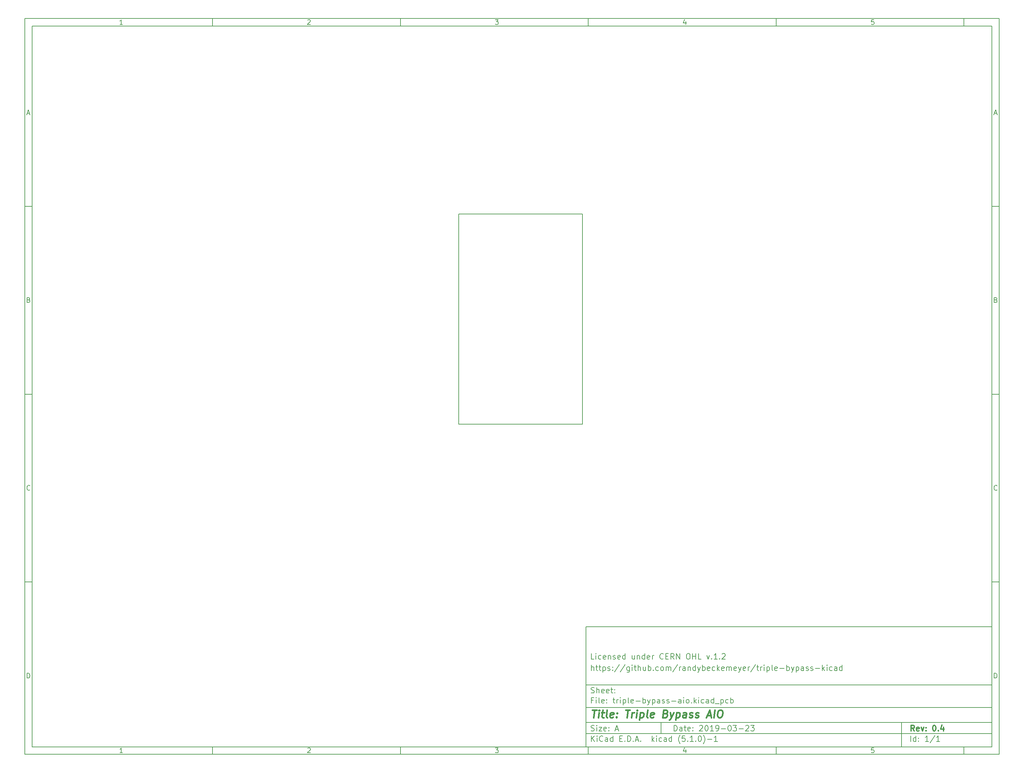
<source format=gbr>
G04 #@! TF.GenerationSoftware,KiCad,Pcbnew,(5.1.0)-1*
G04 #@! TF.CreationDate,2019-03-23T07:31:29-07:00*
G04 #@! TF.ProjectId,triple-bypass-aio,74726970-6c65-42d6-9279-706173732d61,0.4*
G04 #@! TF.SameCoordinates,Original*
G04 #@! TF.FileFunction,Profile,NP*
%FSLAX46Y46*%
G04 Gerber Fmt 4.6, Leading zero omitted, Abs format (unit mm)*
G04 Created by KiCad (PCBNEW (5.1.0)-1) date 2019-03-23 07:31:29*
%MOMM*%
%LPD*%
G04 APERTURE LIST*
%ADD10C,0.100000*%
%ADD11C,0.150000*%
%ADD12C,0.300000*%
%ADD13C,0.400000*%
%ADD14C,0.200000*%
%ADD15C,0.203200*%
G04 APERTURE END LIST*
D10*
D11*
X159400000Y-171900000D02*
X159400000Y-203900000D01*
X267400000Y-203900000D01*
X267400000Y-171900000D01*
X159400000Y-171900000D01*
D10*
D11*
X10000000Y-10000000D02*
X10000000Y-205900000D01*
X269400000Y-205900000D01*
X269400000Y-10000000D01*
X10000000Y-10000000D01*
D10*
D11*
X12000000Y-12000000D02*
X12000000Y-203900000D01*
X267400000Y-203900000D01*
X267400000Y-12000000D01*
X12000000Y-12000000D01*
D10*
D11*
X60000000Y-12000000D02*
X60000000Y-10000000D01*
D10*
D11*
X110000000Y-12000000D02*
X110000000Y-10000000D01*
D10*
D11*
X160000000Y-12000000D02*
X160000000Y-10000000D01*
D10*
D11*
X210000000Y-12000000D02*
X210000000Y-10000000D01*
D10*
D11*
X260000000Y-12000000D02*
X260000000Y-10000000D01*
D10*
D11*
X36065476Y-11588095D02*
X35322619Y-11588095D01*
X35694047Y-11588095D02*
X35694047Y-10288095D01*
X35570238Y-10473809D01*
X35446428Y-10597619D01*
X35322619Y-10659523D01*
D10*
D11*
X85322619Y-10411904D02*
X85384523Y-10350000D01*
X85508333Y-10288095D01*
X85817857Y-10288095D01*
X85941666Y-10350000D01*
X86003571Y-10411904D01*
X86065476Y-10535714D01*
X86065476Y-10659523D01*
X86003571Y-10845238D01*
X85260714Y-11588095D01*
X86065476Y-11588095D01*
D10*
D11*
X135260714Y-10288095D02*
X136065476Y-10288095D01*
X135632142Y-10783333D01*
X135817857Y-10783333D01*
X135941666Y-10845238D01*
X136003571Y-10907142D01*
X136065476Y-11030952D01*
X136065476Y-11340476D01*
X136003571Y-11464285D01*
X135941666Y-11526190D01*
X135817857Y-11588095D01*
X135446428Y-11588095D01*
X135322619Y-11526190D01*
X135260714Y-11464285D01*
D10*
D11*
X185941666Y-10721428D02*
X185941666Y-11588095D01*
X185632142Y-10226190D02*
X185322619Y-11154761D01*
X186127380Y-11154761D01*
D10*
D11*
X236003571Y-10288095D02*
X235384523Y-10288095D01*
X235322619Y-10907142D01*
X235384523Y-10845238D01*
X235508333Y-10783333D01*
X235817857Y-10783333D01*
X235941666Y-10845238D01*
X236003571Y-10907142D01*
X236065476Y-11030952D01*
X236065476Y-11340476D01*
X236003571Y-11464285D01*
X235941666Y-11526190D01*
X235817857Y-11588095D01*
X235508333Y-11588095D01*
X235384523Y-11526190D01*
X235322619Y-11464285D01*
D10*
D11*
X60000000Y-203900000D02*
X60000000Y-205900000D01*
D10*
D11*
X110000000Y-203900000D02*
X110000000Y-205900000D01*
D10*
D11*
X160000000Y-203900000D02*
X160000000Y-205900000D01*
D10*
D11*
X210000000Y-203900000D02*
X210000000Y-205900000D01*
D10*
D11*
X260000000Y-203900000D02*
X260000000Y-205900000D01*
D10*
D11*
X36065476Y-205488095D02*
X35322619Y-205488095D01*
X35694047Y-205488095D02*
X35694047Y-204188095D01*
X35570238Y-204373809D01*
X35446428Y-204497619D01*
X35322619Y-204559523D01*
D10*
D11*
X85322619Y-204311904D02*
X85384523Y-204250000D01*
X85508333Y-204188095D01*
X85817857Y-204188095D01*
X85941666Y-204250000D01*
X86003571Y-204311904D01*
X86065476Y-204435714D01*
X86065476Y-204559523D01*
X86003571Y-204745238D01*
X85260714Y-205488095D01*
X86065476Y-205488095D01*
D10*
D11*
X135260714Y-204188095D02*
X136065476Y-204188095D01*
X135632142Y-204683333D01*
X135817857Y-204683333D01*
X135941666Y-204745238D01*
X136003571Y-204807142D01*
X136065476Y-204930952D01*
X136065476Y-205240476D01*
X136003571Y-205364285D01*
X135941666Y-205426190D01*
X135817857Y-205488095D01*
X135446428Y-205488095D01*
X135322619Y-205426190D01*
X135260714Y-205364285D01*
D10*
D11*
X185941666Y-204621428D02*
X185941666Y-205488095D01*
X185632142Y-204126190D02*
X185322619Y-205054761D01*
X186127380Y-205054761D01*
D10*
D11*
X236003571Y-204188095D02*
X235384523Y-204188095D01*
X235322619Y-204807142D01*
X235384523Y-204745238D01*
X235508333Y-204683333D01*
X235817857Y-204683333D01*
X235941666Y-204745238D01*
X236003571Y-204807142D01*
X236065476Y-204930952D01*
X236065476Y-205240476D01*
X236003571Y-205364285D01*
X235941666Y-205426190D01*
X235817857Y-205488095D01*
X235508333Y-205488095D01*
X235384523Y-205426190D01*
X235322619Y-205364285D01*
D10*
D11*
X10000000Y-60000000D02*
X12000000Y-60000000D01*
D10*
D11*
X10000000Y-110000000D02*
X12000000Y-110000000D01*
D10*
D11*
X10000000Y-160000000D02*
X12000000Y-160000000D01*
D10*
D11*
X10690476Y-35216666D02*
X11309523Y-35216666D01*
X10566666Y-35588095D02*
X11000000Y-34288095D01*
X11433333Y-35588095D01*
D10*
D11*
X11092857Y-84907142D02*
X11278571Y-84969047D01*
X11340476Y-85030952D01*
X11402380Y-85154761D01*
X11402380Y-85340476D01*
X11340476Y-85464285D01*
X11278571Y-85526190D01*
X11154761Y-85588095D01*
X10659523Y-85588095D01*
X10659523Y-84288095D01*
X11092857Y-84288095D01*
X11216666Y-84350000D01*
X11278571Y-84411904D01*
X11340476Y-84535714D01*
X11340476Y-84659523D01*
X11278571Y-84783333D01*
X11216666Y-84845238D01*
X11092857Y-84907142D01*
X10659523Y-84907142D01*
D10*
D11*
X11402380Y-135464285D02*
X11340476Y-135526190D01*
X11154761Y-135588095D01*
X11030952Y-135588095D01*
X10845238Y-135526190D01*
X10721428Y-135402380D01*
X10659523Y-135278571D01*
X10597619Y-135030952D01*
X10597619Y-134845238D01*
X10659523Y-134597619D01*
X10721428Y-134473809D01*
X10845238Y-134350000D01*
X11030952Y-134288095D01*
X11154761Y-134288095D01*
X11340476Y-134350000D01*
X11402380Y-134411904D01*
D10*
D11*
X10659523Y-185588095D02*
X10659523Y-184288095D01*
X10969047Y-184288095D01*
X11154761Y-184350000D01*
X11278571Y-184473809D01*
X11340476Y-184597619D01*
X11402380Y-184845238D01*
X11402380Y-185030952D01*
X11340476Y-185278571D01*
X11278571Y-185402380D01*
X11154761Y-185526190D01*
X10969047Y-185588095D01*
X10659523Y-185588095D01*
D10*
D11*
X269400000Y-60000000D02*
X267400000Y-60000000D01*
D10*
D11*
X269400000Y-110000000D02*
X267400000Y-110000000D01*
D10*
D11*
X269400000Y-160000000D02*
X267400000Y-160000000D01*
D10*
D11*
X268090476Y-35216666D02*
X268709523Y-35216666D01*
X267966666Y-35588095D02*
X268400000Y-34288095D01*
X268833333Y-35588095D01*
D10*
D11*
X268492857Y-84907142D02*
X268678571Y-84969047D01*
X268740476Y-85030952D01*
X268802380Y-85154761D01*
X268802380Y-85340476D01*
X268740476Y-85464285D01*
X268678571Y-85526190D01*
X268554761Y-85588095D01*
X268059523Y-85588095D01*
X268059523Y-84288095D01*
X268492857Y-84288095D01*
X268616666Y-84350000D01*
X268678571Y-84411904D01*
X268740476Y-84535714D01*
X268740476Y-84659523D01*
X268678571Y-84783333D01*
X268616666Y-84845238D01*
X268492857Y-84907142D01*
X268059523Y-84907142D01*
D10*
D11*
X268802380Y-135464285D02*
X268740476Y-135526190D01*
X268554761Y-135588095D01*
X268430952Y-135588095D01*
X268245238Y-135526190D01*
X268121428Y-135402380D01*
X268059523Y-135278571D01*
X267997619Y-135030952D01*
X267997619Y-134845238D01*
X268059523Y-134597619D01*
X268121428Y-134473809D01*
X268245238Y-134350000D01*
X268430952Y-134288095D01*
X268554761Y-134288095D01*
X268740476Y-134350000D01*
X268802380Y-134411904D01*
D10*
D11*
X268059523Y-185588095D02*
X268059523Y-184288095D01*
X268369047Y-184288095D01*
X268554761Y-184350000D01*
X268678571Y-184473809D01*
X268740476Y-184597619D01*
X268802380Y-184845238D01*
X268802380Y-185030952D01*
X268740476Y-185278571D01*
X268678571Y-185402380D01*
X268554761Y-185526190D01*
X268369047Y-185588095D01*
X268059523Y-185588095D01*
D10*
D11*
X182832142Y-199678571D02*
X182832142Y-198178571D01*
X183189285Y-198178571D01*
X183403571Y-198250000D01*
X183546428Y-198392857D01*
X183617857Y-198535714D01*
X183689285Y-198821428D01*
X183689285Y-199035714D01*
X183617857Y-199321428D01*
X183546428Y-199464285D01*
X183403571Y-199607142D01*
X183189285Y-199678571D01*
X182832142Y-199678571D01*
X184975000Y-199678571D02*
X184975000Y-198892857D01*
X184903571Y-198750000D01*
X184760714Y-198678571D01*
X184475000Y-198678571D01*
X184332142Y-198750000D01*
X184975000Y-199607142D02*
X184832142Y-199678571D01*
X184475000Y-199678571D01*
X184332142Y-199607142D01*
X184260714Y-199464285D01*
X184260714Y-199321428D01*
X184332142Y-199178571D01*
X184475000Y-199107142D01*
X184832142Y-199107142D01*
X184975000Y-199035714D01*
X185475000Y-198678571D02*
X186046428Y-198678571D01*
X185689285Y-198178571D02*
X185689285Y-199464285D01*
X185760714Y-199607142D01*
X185903571Y-199678571D01*
X186046428Y-199678571D01*
X187117857Y-199607142D02*
X186975000Y-199678571D01*
X186689285Y-199678571D01*
X186546428Y-199607142D01*
X186475000Y-199464285D01*
X186475000Y-198892857D01*
X186546428Y-198750000D01*
X186689285Y-198678571D01*
X186975000Y-198678571D01*
X187117857Y-198750000D01*
X187189285Y-198892857D01*
X187189285Y-199035714D01*
X186475000Y-199178571D01*
X187832142Y-199535714D02*
X187903571Y-199607142D01*
X187832142Y-199678571D01*
X187760714Y-199607142D01*
X187832142Y-199535714D01*
X187832142Y-199678571D01*
X187832142Y-198750000D02*
X187903571Y-198821428D01*
X187832142Y-198892857D01*
X187760714Y-198821428D01*
X187832142Y-198750000D01*
X187832142Y-198892857D01*
X189617857Y-198321428D02*
X189689285Y-198250000D01*
X189832142Y-198178571D01*
X190189285Y-198178571D01*
X190332142Y-198250000D01*
X190403571Y-198321428D01*
X190475000Y-198464285D01*
X190475000Y-198607142D01*
X190403571Y-198821428D01*
X189546428Y-199678571D01*
X190475000Y-199678571D01*
X191403571Y-198178571D02*
X191546428Y-198178571D01*
X191689285Y-198250000D01*
X191760714Y-198321428D01*
X191832142Y-198464285D01*
X191903571Y-198750000D01*
X191903571Y-199107142D01*
X191832142Y-199392857D01*
X191760714Y-199535714D01*
X191689285Y-199607142D01*
X191546428Y-199678571D01*
X191403571Y-199678571D01*
X191260714Y-199607142D01*
X191189285Y-199535714D01*
X191117857Y-199392857D01*
X191046428Y-199107142D01*
X191046428Y-198750000D01*
X191117857Y-198464285D01*
X191189285Y-198321428D01*
X191260714Y-198250000D01*
X191403571Y-198178571D01*
X193332142Y-199678571D02*
X192475000Y-199678571D01*
X192903571Y-199678571D02*
X192903571Y-198178571D01*
X192760714Y-198392857D01*
X192617857Y-198535714D01*
X192475000Y-198607142D01*
X194046428Y-199678571D02*
X194332142Y-199678571D01*
X194475000Y-199607142D01*
X194546428Y-199535714D01*
X194689285Y-199321428D01*
X194760714Y-199035714D01*
X194760714Y-198464285D01*
X194689285Y-198321428D01*
X194617857Y-198250000D01*
X194475000Y-198178571D01*
X194189285Y-198178571D01*
X194046428Y-198250000D01*
X193975000Y-198321428D01*
X193903571Y-198464285D01*
X193903571Y-198821428D01*
X193975000Y-198964285D01*
X194046428Y-199035714D01*
X194189285Y-199107142D01*
X194475000Y-199107142D01*
X194617857Y-199035714D01*
X194689285Y-198964285D01*
X194760714Y-198821428D01*
X195403571Y-199107142D02*
X196546428Y-199107142D01*
X197546428Y-198178571D02*
X197689285Y-198178571D01*
X197832142Y-198250000D01*
X197903571Y-198321428D01*
X197975000Y-198464285D01*
X198046428Y-198750000D01*
X198046428Y-199107142D01*
X197975000Y-199392857D01*
X197903571Y-199535714D01*
X197832142Y-199607142D01*
X197689285Y-199678571D01*
X197546428Y-199678571D01*
X197403571Y-199607142D01*
X197332142Y-199535714D01*
X197260714Y-199392857D01*
X197189285Y-199107142D01*
X197189285Y-198750000D01*
X197260714Y-198464285D01*
X197332142Y-198321428D01*
X197403571Y-198250000D01*
X197546428Y-198178571D01*
X198546428Y-198178571D02*
X199475000Y-198178571D01*
X198975000Y-198750000D01*
X199189285Y-198750000D01*
X199332142Y-198821428D01*
X199403571Y-198892857D01*
X199475000Y-199035714D01*
X199475000Y-199392857D01*
X199403571Y-199535714D01*
X199332142Y-199607142D01*
X199189285Y-199678571D01*
X198760714Y-199678571D01*
X198617857Y-199607142D01*
X198546428Y-199535714D01*
X200117857Y-199107142D02*
X201260714Y-199107142D01*
X201903571Y-198321428D02*
X201975000Y-198250000D01*
X202117857Y-198178571D01*
X202475000Y-198178571D01*
X202617857Y-198250000D01*
X202689285Y-198321428D01*
X202760714Y-198464285D01*
X202760714Y-198607142D01*
X202689285Y-198821428D01*
X201832142Y-199678571D01*
X202760714Y-199678571D01*
X203260714Y-198178571D02*
X204189285Y-198178571D01*
X203689285Y-198750000D01*
X203903571Y-198750000D01*
X204046428Y-198821428D01*
X204117857Y-198892857D01*
X204189285Y-199035714D01*
X204189285Y-199392857D01*
X204117857Y-199535714D01*
X204046428Y-199607142D01*
X203903571Y-199678571D01*
X203475000Y-199678571D01*
X203332142Y-199607142D01*
X203260714Y-199535714D01*
D10*
D11*
X159400000Y-200400000D02*
X267400000Y-200400000D01*
D10*
D11*
X160832142Y-202478571D02*
X160832142Y-200978571D01*
X161689285Y-202478571D02*
X161046428Y-201621428D01*
X161689285Y-200978571D02*
X160832142Y-201835714D01*
X162332142Y-202478571D02*
X162332142Y-201478571D01*
X162332142Y-200978571D02*
X162260714Y-201050000D01*
X162332142Y-201121428D01*
X162403571Y-201050000D01*
X162332142Y-200978571D01*
X162332142Y-201121428D01*
X163903571Y-202335714D02*
X163832142Y-202407142D01*
X163617857Y-202478571D01*
X163475000Y-202478571D01*
X163260714Y-202407142D01*
X163117857Y-202264285D01*
X163046428Y-202121428D01*
X162975000Y-201835714D01*
X162975000Y-201621428D01*
X163046428Y-201335714D01*
X163117857Y-201192857D01*
X163260714Y-201050000D01*
X163475000Y-200978571D01*
X163617857Y-200978571D01*
X163832142Y-201050000D01*
X163903571Y-201121428D01*
X165189285Y-202478571D02*
X165189285Y-201692857D01*
X165117857Y-201550000D01*
X164975000Y-201478571D01*
X164689285Y-201478571D01*
X164546428Y-201550000D01*
X165189285Y-202407142D02*
X165046428Y-202478571D01*
X164689285Y-202478571D01*
X164546428Y-202407142D01*
X164475000Y-202264285D01*
X164475000Y-202121428D01*
X164546428Y-201978571D01*
X164689285Y-201907142D01*
X165046428Y-201907142D01*
X165189285Y-201835714D01*
X166546428Y-202478571D02*
X166546428Y-200978571D01*
X166546428Y-202407142D02*
X166403571Y-202478571D01*
X166117857Y-202478571D01*
X165975000Y-202407142D01*
X165903571Y-202335714D01*
X165832142Y-202192857D01*
X165832142Y-201764285D01*
X165903571Y-201621428D01*
X165975000Y-201550000D01*
X166117857Y-201478571D01*
X166403571Y-201478571D01*
X166546428Y-201550000D01*
X168403571Y-201692857D02*
X168903571Y-201692857D01*
X169117857Y-202478571D02*
X168403571Y-202478571D01*
X168403571Y-200978571D01*
X169117857Y-200978571D01*
X169760714Y-202335714D02*
X169832142Y-202407142D01*
X169760714Y-202478571D01*
X169689285Y-202407142D01*
X169760714Y-202335714D01*
X169760714Y-202478571D01*
X170475000Y-202478571D02*
X170475000Y-200978571D01*
X170832142Y-200978571D01*
X171046428Y-201050000D01*
X171189285Y-201192857D01*
X171260714Y-201335714D01*
X171332142Y-201621428D01*
X171332142Y-201835714D01*
X171260714Y-202121428D01*
X171189285Y-202264285D01*
X171046428Y-202407142D01*
X170832142Y-202478571D01*
X170475000Y-202478571D01*
X171975000Y-202335714D02*
X172046428Y-202407142D01*
X171975000Y-202478571D01*
X171903571Y-202407142D01*
X171975000Y-202335714D01*
X171975000Y-202478571D01*
X172617857Y-202050000D02*
X173332142Y-202050000D01*
X172475000Y-202478571D02*
X172975000Y-200978571D01*
X173475000Y-202478571D01*
X173975000Y-202335714D02*
X174046428Y-202407142D01*
X173975000Y-202478571D01*
X173903571Y-202407142D01*
X173975000Y-202335714D01*
X173975000Y-202478571D01*
X176975000Y-202478571D02*
X176975000Y-200978571D01*
X177117857Y-201907142D02*
X177546428Y-202478571D01*
X177546428Y-201478571D02*
X176975000Y-202050000D01*
X178189285Y-202478571D02*
X178189285Y-201478571D01*
X178189285Y-200978571D02*
X178117857Y-201050000D01*
X178189285Y-201121428D01*
X178260714Y-201050000D01*
X178189285Y-200978571D01*
X178189285Y-201121428D01*
X179546428Y-202407142D02*
X179403571Y-202478571D01*
X179117857Y-202478571D01*
X178975000Y-202407142D01*
X178903571Y-202335714D01*
X178832142Y-202192857D01*
X178832142Y-201764285D01*
X178903571Y-201621428D01*
X178975000Y-201550000D01*
X179117857Y-201478571D01*
X179403571Y-201478571D01*
X179546428Y-201550000D01*
X180832142Y-202478571D02*
X180832142Y-201692857D01*
X180760714Y-201550000D01*
X180617857Y-201478571D01*
X180332142Y-201478571D01*
X180189285Y-201550000D01*
X180832142Y-202407142D02*
X180689285Y-202478571D01*
X180332142Y-202478571D01*
X180189285Y-202407142D01*
X180117857Y-202264285D01*
X180117857Y-202121428D01*
X180189285Y-201978571D01*
X180332142Y-201907142D01*
X180689285Y-201907142D01*
X180832142Y-201835714D01*
X182189285Y-202478571D02*
X182189285Y-200978571D01*
X182189285Y-202407142D02*
X182046428Y-202478571D01*
X181760714Y-202478571D01*
X181617857Y-202407142D01*
X181546428Y-202335714D01*
X181475000Y-202192857D01*
X181475000Y-201764285D01*
X181546428Y-201621428D01*
X181617857Y-201550000D01*
X181760714Y-201478571D01*
X182046428Y-201478571D01*
X182189285Y-201550000D01*
X184475000Y-203050000D02*
X184403571Y-202978571D01*
X184260714Y-202764285D01*
X184189285Y-202621428D01*
X184117857Y-202407142D01*
X184046428Y-202050000D01*
X184046428Y-201764285D01*
X184117857Y-201407142D01*
X184189285Y-201192857D01*
X184260714Y-201050000D01*
X184403571Y-200835714D01*
X184475000Y-200764285D01*
X185760714Y-200978571D02*
X185046428Y-200978571D01*
X184975000Y-201692857D01*
X185046428Y-201621428D01*
X185189285Y-201550000D01*
X185546428Y-201550000D01*
X185689285Y-201621428D01*
X185760714Y-201692857D01*
X185832142Y-201835714D01*
X185832142Y-202192857D01*
X185760714Y-202335714D01*
X185689285Y-202407142D01*
X185546428Y-202478571D01*
X185189285Y-202478571D01*
X185046428Y-202407142D01*
X184975000Y-202335714D01*
X186475000Y-202335714D02*
X186546428Y-202407142D01*
X186475000Y-202478571D01*
X186403571Y-202407142D01*
X186475000Y-202335714D01*
X186475000Y-202478571D01*
X187975000Y-202478571D02*
X187117857Y-202478571D01*
X187546428Y-202478571D02*
X187546428Y-200978571D01*
X187403571Y-201192857D01*
X187260714Y-201335714D01*
X187117857Y-201407142D01*
X188617857Y-202335714D02*
X188689285Y-202407142D01*
X188617857Y-202478571D01*
X188546428Y-202407142D01*
X188617857Y-202335714D01*
X188617857Y-202478571D01*
X189617857Y-200978571D02*
X189760714Y-200978571D01*
X189903571Y-201050000D01*
X189975000Y-201121428D01*
X190046428Y-201264285D01*
X190117857Y-201550000D01*
X190117857Y-201907142D01*
X190046428Y-202192857D01*
X189975000Y-202335714D01*
X189903571Y-202407142D01*
X189760714Y-202478571D01*
X189617857Y-202478571D01*
X189475000Y-202407142D01*
X189403571Y-202335714D01*
X189332142Y-202192857D01*
X189260714Y-201907142D01*
X189260714Y-201550000D01*
X189332142Y-201264285D01*
X189403571Y-201121428D01*
X189475000Y-201050000D01*
X189617857Y-200978571D01*
X190617857Y-203050000D02*
X190689285Y-202978571D01*
X190832142Y-202764285D01*
X190903571Y-202621428D01*
X190975000Y-202407142D01*
X191046428Y-202050000D01*
X191046428Y-201764285D01*
X190975000Y-201407142D01*
X190903571Y-201192857D01*
X190832142Y-201050000D01*
X190689285Y-200835714D01*
X190617857Y-200764285D01*
X191760714Y-201907142D02*
X192903571Y-201907142D01*
X194403571Y-202478571D02*
X193546428Y-202478571D01*
X193975000Y-202478571D02*
X193975000Y-200978571D01*
X193832142Y-201192857D01*
X193689285Y-201335714D01*
X193546428Y-201407142D01*
D10*
D11*
X159400000Y-197400000D02*
X267400000Y-197400000D01*
D10*
D12*
X246809285Y-199678571D02*
X246309285Y-198964285D01*
X245952142Y-199678571D02*
X245952142Y-198178571D01*
X246523571Y-198178571D01*
X246666428Y-198250000D01*
X246737857Y-198321428D01*
X246809285Y-198464285D01*
X246809285Y-198678571D01*
X246737857Y-198821428D01*
X246666428Y-198892857D01*
X246523571Y-198964285D01*
X245952142Y-198964285D01*
X248023571Y-199607142D02*
X247880714Y-199678571D01*
X247595000Y-199678571D01*
X247452142Y-199607142D01*
X247380714Y-199464285D01*
X247380714Y-198892857D01*
X247452142Y-198750000D01*
X247595000Y-198678571D01*
X247880714Y-198678571D01*
X248023571Y-198750000D01*
X248095000Y-198892857D01*
X248095000Y-199035714D01*
X247380714Y-199178571D01*
X248595000Y-198678571D02*
X248952142Y-199678571D01*
X249309285Y-198678571D01*
X249880714Y-199535714D02*
X249952142Y-199607142D01*
X249880714Y-199678571D01*
X249809285Y-199607142D01*
X249880714Y-199535714D01*
X249880714Y-199678571D01*
X249880714Y-198750000D02*
X249952142Y-198821428D01*
X249880714Y-198892857D01*
X249809285Y-198821428D01*
X249880714Y-198750000D01*
X249880714Y-198892857D01*
X252023571Y-198178571D02*
X252166428Y-198178571D01*
X252309285Y-198250000D01*
X252380714Y-198321428D01*
X252452142Y-198464285D01*
X252523571Y-198750000D01*
X252523571Y-199107142D01*
X252452142Y-199392857D01*
X252380714Y-199535714D01*
X252309285Y-199607142D01*
X252166428Y-199678571D01*
X252023571Y-199678571D01*
X251880714Y-199607142D01*
X251809285Y-199535714D01*
X251737857Y-199392857D01*
X251666428Y-199107142D01*
X251666428Y-198750000D01*
X251737857Y-198464285D01*
X251809285Y-198321428D01*
X251880714Y-198250000D01*
X252023571Y-198178571D01*
X253166428Y-199535714D02*
X253237857Y-199607142D01*
X253166428Y-199678571D01*
X253095000Y-199607142D01*
X253166428Y-199535714D01*
X253166428Y-199678571D01*
X254523571Y-198678571D02*
X254523571Y-199678571D01*
X254166428Y-198107142D02*
X253809285Y-199178571D01*
X254737857Y-199178571D01*
D10*
D11*
X160760714Y-199607142D02*
X160975000Y-199678571D01*
X161332142Y-199678571D01*
X161475000Y-199607142D01*
X161546428Y-199535714D01*
X161617857Y-199392857D01*
X161617857Y-199250000D01*
X161546428Y-199107142D01*
X161475000Y-199035714D01*
X161332142Y-198964285D01*
X161046428Y-198892857D01*
X160903571Y-198821428D01*
X160832142Y-198750000D01*
X160760714Y-198607142D01*
X160760714Y-198464285D01*
X160832142Y-198321428D01*
X160903571Y-198250000D01*
X161046428Y-198178571D01*
X161403571Y-198178571D01*
X161617857Y-198250000D01*
X162260714Y-199678571D02*
X162260714Y-198678571D01*
X162260714Y-198178571D02*
X162189285Y-198250000D01*
X162260714Y-198321428D01*
X162332142Y-198250000D01*
X162260714Y-198178571D01*
X162260714Y-198321428D01*
X162832142Y-198678571D02*
X163617857Y-198678571D01*
X162832142Y-199678571D01*
X163617857Y-199678571D01*
X164760714Y-199607142D02*
X164617857Y-199678571D01*
X164332142Y-199678571D01*
X164189285Y-199607142D01*
X164117857Y-199464285D01*
X164117857Y-198892857D01*
X164189285Y-198750000D01*
X164332142Y-198678571D01*
X164617857Y-198678571D01*
X164760714Y-198750000D01*
X164832142Y-198892857D01*
X164832142Y-199035714D01*
X164117857Y-199178571D01*
X165475000Y-199535714D02*
X165546428Y-199607142D01*
X165475000Y-199678571D01*
X165403571Y-199607142D01*
X165475000Y-199535714D01*
X165475000Y-199678571D01*
X165475000Y-198750000D02*
X165546428Y-198821428D01*
X165475000Y-198892857D01*
X165403571Y-198821428D01*
X165475000Y-198750000D01*
X165475000Y-198892857D01*
X167260714Y-199250000D02*
X167975000Y-199250000D01*
X167117857Y-199678571D02*
X167617857Y-198178571D01*
X168117857Y-199678571D01*
D10*
D11*
X245832142Y-202478571D02*
X245832142Y-200978571D01*
X247189285Y-202478571D02*
X247189285Y-200978571D01*
X247189285Y-202407142D02*
X247046428Y-202478571D01*
X246760714Y-202478571D01*
X246617857Y-202407142D01*
X246546428Y-202335714D01*
X246475000Y-202192857D01*
X246475000Y-201764285D01*
X246546428Y-201621428D01*
X246617857Y-201550000D01*
X246760714Y-201478571D01*
X247046428Y-201478571D01*
X247189285Y-201550000D01*
X247903571Y-202335714D02*
X247975000Y-202407142D01*
X247903571Y-202478571D01*
X247832142Y-202407142D01*
X247903571Y-202335714D01*
X247903571Y-202478571D01*
X247903571Y-201550000D02*
X247975000Y-201621428D01*
X247903571Y-201692857D01*
X247832142Y-201621428D01*
X247903571Y-201550000D01*
X247903571Y-201692857D01*
X250546428Y-202478571D02*
X249689285Y-202478571D01*
X250117857Y-202478571D02*
X250117857Y-200978571D01*
X249975000Y-201192857D01*
X249832142Y-201335714D01*
X249689285Y-201407142D01*
X252260714Y-200907142D02*
X250975000Y-202835714D01*
X253546428Y-202478571D02*
X252689285Y-202478571D01*
X253117857Y-202478571D02*
X253117857Y-200978571D01*
X252975000Y-201192857D01*
X252832142Y-201335714D01*
X252689285Y-201407142D01*
D10*
D11*
X159400000Y-193400000D02*
X267400000Y-193400000D01*
D10*
D13*
X161112380Y-194104761D02*
X162255238Y-194104761D01*
X161433809Y-196104761D02*
X161683809Y-194104761D01*
X162671904Y-196104761D02*
X162838571Y-194771428D01*
X162921904Y-194104761D02*
X162814761Y-194200000D01*
X162898095Y-194295238D01*
X163005238Y-194200000D01*
X162921904Y-194104761D01*
X162898095Y-194295238D01*
X163505238Y-194771428D02*
X164267142Y-194771428D01*
X163874285Y-194104761D02*
X163660000Y-195819047D01*
X163731428Y-196009523D01*
X163910000Y-196104761D01*
X164100476Y-196104761D01*
X165052857Y-196104761D02*
X164874285Y-196009523D01*
X164802857Y-195819047D01*
X165017142Y-194104761D01*
X166588571Y-196009523D02*
X166386190Y-196104761D01*
X166005238Y-196104761D01*
X165826666Y-196009523D01*
X165755238Y-195819047D01*
X165850476Y-195057142D01*
X165969523Y-194866666D01*
X166171904Y-194771428D01*
X166552857Y-194771428D01*
X166731428Y-194866666D01*
X166802857Y-195057142D01*
X166779047Y-195247619D01*
X165802857Y-195438095D01*
X167552857Y-195914285D02*
X167636190Y-196009523D01*
X167529047Y-196104761D01*
X167445714Y-196009523D01*
X167552857Y-195914285D01*
X167529047Y-196104761D01*
X167683809Y-194866666D02*
X167767142Y-194961904D01*
X167660000Y-195057142D01*
X167576666Y-194961904D01*
X167683809Y-194866666D01*
X167660000Y-195057142D01*
X169969523Y-194104761D02*
X171112380Y-194104761D01*
X170290952Y-196104761D02*
X170540952Y-194104761D01*
X171529047Y-196104761D02*
X171695714Y-194771428D01*
X171648095Y-195152380D02*
X171767142Y-194961904D01*
X171874285Y-194866666D01*
X172076666Y-194771428D01*
X172267142Y-194771428D01*
X172767142Y-196104761D02*
X172933809Y-194771428D01*
X173017142Y-194104761D02*
X172910000Y-194200000D01*
X172993333Y-194295238D01*
X173100476Y-194200000D01*
X173017142Y-194104761D01*
X172993333Y-194295238D01*
X173886190Y-194771428D02*
X173636190Y-196771428D01*
X173874285Y-194866666D02*
X174076666Y-194771428D01*
X174457619Y-194771428D01*
X174636190Y-194866666D01*
X174719523Y-194961904D01*
X174790952Y-195152380D01*
X174719523Y-195723809D01*
X174600476Y-195914285D01*
X174493333Y-196009523D01*
X174290952Y-196104761D01*
X173910000Y-196104761D01*
X173731428Y-196009523D01*
X175814761Y-196104761D02*
X175636190Y-196009523D01*
X175564761Y-195819047D01*
X175779047Y-194104761D01*
X177350476Y-196009523D02*
X177148095Y-196104761D01*
X176767142Y-196104761D01*
X176588571Y-196009523D01*
X176517142Y-195819047D01*
X176612380Y-195057142D01*
X176731428Y-194866666D01*
X176933809Y-194771428D01*
X177314761Y-194771428D01*
X177493333Y-194866666D01*
X177564761Y-195057142D01*
X177540952Y-195247619D01*
X176564761Y-195438095D01*
X180612380Y-195057142D02*
X180886190Y-195152380D01*
X180969523Y-195247619D01*
X181040952Y-195438095D01*
X181005238Y-195723809D01*
X180886190Y-195914285D01*
X180779047Y-196009523D01*
X180576666Y-196104761D01*
X179814761Y-196104761D01*
X180064761Y-194104761D01*
X180731428Y-194104761D01*
X180910000Y-194200000D01*
X180993333Y-194295238D01*
X181064761Y-194485714D01*
X181040952Y-194676190D01*
X180921904Y-194866666D01*
X180814761Y-194961904D01*
X180612380Y-195057142D01*
X179945714Y-195057142D01*
X181790952Y-194771428D02*
X182100476Y-196104761D01*
X182743333Y-194771428D02*
X182100476Y-196104761D01*
X181850476Y-196580952D01*
X181743333Y-196676190D01*
X181540952Y-196771428D01*
X183505238Y-194771428D02*
X183255238Y-196771428D01*
X183493333Y-194866666D02*
X183695714Y-194771428D01*
X184076666Y-194771428D01*
X184255238Y-194866666D01*
X184338571Y-194961904D01*
X184410000Y-195152380D01*
X184338571Y-195723809D01*
X184219523Y-195914285D01*
X184112380Y-196009523D01*
X183910000Y-196104761D01*
X183529047Y-196104761D01*
X183350476Y-196009523D01*
X186005238Y-196104761D02*
X186136190Y-195057142D01*
X186064761Y-194866666D01*
X185886190Y-194771428D01*
X185505238Y-194771428D01*
X185302857Y-194866666D01*
X186017142Y-196009523D02*
X185814761Y-196104761D01*
X185338571Y-196104761D01*
X185160000Y-196009523D01*
X185088571Y-195819047D01*
X185112380Y-195628571D01*
X185231428Y-195438095D01*
X185433809Y-195342857D01*
X185910000Y-195342857D01*
X186112380Y-195247619D01*
X186874285Y-196009523D02*
X187052857Y-196104761D01*
X187433809Y-196104761D01*
X187636190Y-196009523D01*
X187755238Y-195819047D01*
X187767142Y-195723809D01*
X187695714Y-195533333D01*
X187517142Y-195438095D01*
X187231428Y-195438095D01*
X187052857Y-195342857D01*
X186981428Y-195152380D01*
X186993333Y-195057142D01*
X187112380Y-194866666D01*
X187314761Y-194771428D01*
X187600476Y-194771428D01*
X187779047Y-194866666D01*
X188493333Y-196009523D02*
X188671904Y-196104761D01*
X189052857Y-196104761D01*
X189255238Y-196009523D01*
X189374285Y-195819047D01*
X189386190Y-195723809D01*
X189314761Y-195533333D01*
X189136190Y-195438095D01*
X188850476Y-195438095D01*
X188671904Y-195342857D01*
X188600476Y-195152380D01*
X188612380Y-195057142D01*
X188731428Y-194866666D01*
X188933809Y-194771428D01*
X189219523Y-194771428D01*
X189398095Y-194866666D01*
X191695714Y-195533333D02*
X192648095Y-195533333D01*
X191433809Y-196104761D02*
X192350476Y-194104761D01*
X192767142Y-196104761D01*
X193433809Y-196104761D02*
X193683809Y-194104761D01*
X195017142Y-194104761D02*
X195398095Y-194104761D01*
X195576666Y-194200000D01*
X195743333Y-194390476D01*
X195790952Y-194771428D01*
X195707619Y-195438095D01*
X195564761Y-195819047D01*
X195350476Y-196009523D01*
X195148095Y-196104761D01*
X194767142Y-196104761D01*
X194588571Y-196009523D01*
X194421904Y-195819047D01*
X194374285Y-195438095D01*
X194457619Y-194771428D01*
X194600476Y-194390476D01*
X194814761Y-194200000D01*
X195017142Y-194104761D01*
D10*
D11*
X161332142Y-191492857D02*
X160832142Y-191492857D01*
X160832142Y-192278571D02*
X160832142Y-190778571D01*
X161546428Y-190778571D01*
X162117857Y-192278571D02*
X162117857Y-191278571D01*
X162117857Y-190778571D02*
X162046428Y-190850000D01*
X162117857Y-190921428D01*
X162189285Y-190850000D01*
X162117857Y-190778571D01*
X162117857Y-190921428D01*
X163046428Y-192278571D02*
X162903571Y-192207142D01*
X162832142Y-192064285D01*
X162832142Y-190778571D01*
X164189285Y-192207142D02*
X164046428Y-192278571D01*
X163760714Y-192278571D01*
X163617857Y-192207142D01*
X163546428Y-192064285D01*
X163546428Y-191492857D01*
X163617857Y-191350000D01*
X163760714Y-191278571D01*
X164046428Y-191278571D01*
X164189285Y-191350000D01*
X164260714Y-191492857D01*
X164260714Y-191635714D01*
X163546428Y-191778571D01*
X164903571Y-192135714D02*
X164975000Y-192207142D01*
X164903571Y-192278571D01*
X164832142Y-192207142D01*
X164903571Y-192135714D01*
X164903571Y-192278571D01*
X164903571Y-191350000D02*
X164975000Y-191421428D01*
X164903571Y-191492857D01*
X164832142Y-191421428D01*
X164903571Y-191350000D01*
X164903571Y-191492857D01*
X166546428Y-191278571D02*
X167117857Y-191278571D01*
X166760714Y-190778571D02*
X166760714Y-192064285D01*
X166832142Y-192207142D01*
X166975000Y-192278571D01*
X167117857Y-192278571D01*
X167617857Y-192278571D02*
X167617857Y-191278571D01*
X167617857Y-191564285D02*
X167689285Y-191421428D01*
X167760714Y-191350000D01*
X167903571Y-191278571D01*
X168046428Y-191278571D01*
X168546428Y-192278571D02*
X168546428Y-191278571D01*
X168546428Y-190778571D02*
X168475000Y-190850000D01*
X168546428Y-190921428D01*
X168617857Y-190850000D01*
X168546428Y-190778571D01*
X168546428Y-190921428D01*
X169260714Y-191278571D02*
X169260714Y-192778571D01*
X169260714Y-191350000D02*
X169403571Y-191278571D01*
X169689285Y-191278571D01*
X169832142Y-191350000D01*
X169903571Y-191421428D01*
X169975000Y-191564285D01*
X169975000Y-191992857D01*
X169903571Y-192135714D01*
X169832142Y-192207142D01*
X169689285Y-192278571D01*
X169403571Y-192278571D01*
X169260714Y-192207142D01*
X170832142Y-192278571D02*
X170689285Y-192207142D01*
X170617857Y-192064285D01*
X170617857Y-190778571D01*
X171975000Y-192207142D02*
X171832142Y-192278571D01*
X171546428Y-192278571D01*
X171403571Y-192207142D01*
X171332142Y-192064285D01*
X171332142Y-191492857D01*
X171403571Y-191350000D01*
X171546428Y-191278571D01*
X171832142Y-191278571D01*
X171975000Y-191350000D01*
X172046428Y-191492857D01*
X172046428Y-191635714D01*
X171332142Y-191778571D01*
X172689285Y-191707142D02*
X173832142Y-191707142D01*
X174546428Y-192278571D02*
X174546428Y-190778571D01*
X174546428Y-191350000D02*
X174689285Y-191278571D01*
X174975000Y-191278571D01*
X175117857Y-191350000D01*
X175189285Y-191421428D01*
X175260714Y-191564285D01*
X175260714Y-191992857D01*
X175189285Y-192135714D01*
X175117857Y-192207142D01*
X174975000Y-192278571D01*
X174689285Y-192278571D01*
X174546428Y-192207142D01*
X175760714Y-191278571D02*
X176117857Y-192278571D01*
X176475000Y-191278571D02*
X176117857Y-192278571D01*
X175975000Y-192635714D01*
X175903571Y-192707142D01*
X175760714Y-192778571D01*
X177046428Y-191278571D02*
X177046428Y-192778571D01*
X177046428Y-191350000D02*
X177189285Y-191278571D01*
X177475000Y-191278571D01*
X177617857Y-191350000D01*
X177689285Y-191421428D01*
X177760714Y-191564285D01*
X177760714Y-191992857D01*
X177689285Y-192135714D01*
X177617857Y-192207142D01*
X177475000Y-192278571D01*
X177189285Y-192278571D01*
X177046428Y-192207142D01*
X179046428Y-192278571D02*
X179046428Y-191492857D01*
X178975000Y-191350000D01*
X178832142Y-191278571D01*
X178546428Y-191278571D01*
X178403571Y-191350000D01*
X179046428Y-192207142D02*
X178903571Y-192278571D01*
X178546428Y-192278571D01*
X178403571Y-192207142D01*
X178332142Y-192064285D01*
X178332142Y-191921428D01*
X178403571Y-191778571D01*
X178546428Y-191707142D01*
X178903571Y-191707142D01*
X179046428Y-191635714D01*
X179689285Y-192207142D02*
X179832142Y-192278571D01*
X180117857Y-192278571D01*
X180260714Y-192207142D01*
X180332142Y-192064285D01*
X180332142Y-191992857D01*
X180260714Y-191850000D01*
X180117857Y-191778571D01*
X179903571Y-191778571D01*
X179760714Y-191707142D01*
X179689285Y-191564285D01*
X179689285Y-191492857D01*
X179760714Y-191350000D01*
X179903571Y-191278571D01*
X180117857Y-191278571D01*
X180260714Y-191350000D01*
X180903571Y-192207142D02*
X181046428Y-192278571D01*
X181332142Y-192278571D01*
X181475000Y-192207142D01*
X181546428Y-192064285D01*
X181546428Y-191992857D01*
X181475000Y-191850000D01*
X181332142Y-191778571D01*
X181117857Y-191778571D01*
X180975000Y-191707142D01*
X180903571Y-191564285D01*
X180903571Y-191492857D01*
X180975000Y-191350000D01*
X181117857Y-191278571D01*
X181332142Y-191278571D01*
X181475000Y-191350000D01*
X182189285Y-191707142D02*
X183332142Y-191707142D01*
X184689285Y-192278571D02*
X184689285Y-191492857D01*
X184617857Y-191350000D01*
X184475000Y-191278571D01*
X184189285Y-191278571D01*
X184046428Y-191350000D01*
X184689285Y-192207142D02*
X184546428Y-192278571D01*
X184189285Y-192278571D01*
X184046428Y-192207142D01*
X183975000Y-192064285D01*
X183975000Y-191921428D01*
X184046428Y-191778571D01*
X184189285Y-191707142D01*
X184546428Y-191707142D01*
X184689285Y-191635714D01*
X185403571Y-192278571D02*
X185403571Y-191278571D01*
X185403571Y-190778571D02*
X185332142Y-190850000D01*
X185403571Y-190921428D01*
X185475000Y-190850000D01*
X185403571Y-190778571D01*
X185403571Y-190921428D01*
X186332142Y-192278571D02*
X186189285Y-192207142D01*
X186117857Y-192135714D01*
X186046428Y-191992857D01*
X186046428Y-191564285D01*
X186117857Y-191421428D01*
X186189285Y-191350000D01*
X186332142Y-191278571D01*
X186546428Y-191278571D01*
X186689285Y-191350000D01*
X186760714Y-191421428D01*
X186832142Y-191564285D01*
X186832142Y-191992857D01*
X186760714Y-192135714D01*
X186689285Y-192207142D01*
X186546428Y-192278571D01*
X186332142Y-192278571D01*
X187475000Y-192135714D02*
X187546428Y-192207142D01*
X187475000Y-192278571D01*
X187403571Y-192207142D01*
X187475000Y-192135714D01*
X187475000Y-192278571D01*
X188189285Y-192278571D02*
X188189285Y-190778571D01*
X188332142Y-191707142D02*
X188760714Y-192278571D01*
X188760714Y-191278571D02*
X188189285Y-191850000D01*
X189403571Y-192278571D02*
X189403571Y-191278571D01*
X189403571Y-190778571D02*
X189332142Y-190850000D01*
X189403571Y-190921428D01*
X189475000Y-190850000D01*
X189403571Y-190778571D01*
X189403571Y-190921428D01*
X190760714Y-192207142D02*
X190617857Y-192278571D01*
X190332142Y-192278571D01*
X190189285Y-192207142D01*
X190117857Y-192135714D01*
X190046428Y-191992857D01*
X190046428Y-191564285D01*
X190117857Y-191421428D01*
X190189285Y-191350000D01*
X190332142Y-191278571D01*
X190617857Y-191278571D01*
X190760714Y-191350000D01*
X192046428Y-192278571D02*
X192046428Y-191492857D01*
X191975000Y-191350000D01*
X191832142Y-191278571D01*
X191546428Y-191278571D01*
X191403571Y-191350000D01*
X192046428Y-192207142D02*
X191903571Y-192278571D01*
X191546428Y-192278571D01*
X191403571Y-192207142D01*
X191332142Y-192064285D01*
X191332142Y-191921428D01*
X191403571Y-191778571D01*
X191546428Y-191707142D01*
X191903571Y-191707142D01*
X192046428Y-191635714D01*
X193403571Y-192278571D02*
X193403571Y-190778571D01*
X193403571Y-192207142D02*
X193260714Y-192278571D01*
X192975000Y-192278571D01*
X192832142Y-192207142D01*
X192760714Y-192135714D01*
X192689285Y-191992857D01*
X192689285Y-191564285D01*
X192760714Y-191421428D01*
X192832142Y-191350000D01*
X192975000Y-191278571D01*
X193260714Y-191278571D01*
X193403571Y-191350000D01*
X193760714Y-192421428D02*
X194903571Y-192421428D01*
X195260714Y-191278571D02*
X195260714Y-192778571D01*
X195260714Y-191350000D02*
X195403571Y-191278571D01*
X195689285Y-191278571D01*
X195832142Y-191350000D01*
X195903571Y-191421428D01*
X195975000Y-191564285D01*
X195975000Y-191992857D01*
X195903571Y-192135714D01*
X195832142Y-192207142D01*
X195689285Y-192278571D01*
X195403571Y-192278571D01*
X195260714Y-192207142D01*
X197260714Y-192207142D02*
X197117857Y-192278571D01*
X196832142Y-192278571D01*
X196689285Y-192207142D01*
X196617857Y-192135714D01*
X196546428Y-191992857D01*
X196546428Y-191564285D01*
X196617857Y-191421428D01*
X196689285Y-191350000D01*
X196832142Y-191278571D01*
X197117857Y-191278571D01*
X197260714Y-191350000D01*
X197903571Y-192278571D02*
X197903571Y-190778571D01*
X197903571Y-191350000D02*
X198046428Y-191278571D01*
X198332142Y-191278571D01*
X198475000Y-191350000D01*
X198546428Y-191421428D01*
X198617857Y-191564285D01*
X198617857Y-191992857D01*
X198546428Y-192135714D01*
X198475000Y-192207142D01*
X198332142Y-192278571D01*
X198046428Y-192278571D01*
X197903571Y-192207142D01*
D10*
D11*
X159400000Y-187400000D02*
X267400000Y-187400000D01*
D10*
D11*
X160760714Y-189507142D02*
X160975000Y-189578571D01*
X161332142Y-189578571D01*
X161475000Y-189507142D01*
X161546428Y-189435714D01*
X161617857Y-189292857D01*
X161617857Y-189150000D01*
X161546428Y-189007142D01*
X161475000Y-188935714D01*
X161332142Y-188864285D01*
X161046428Y-188792857D01*
X160903571Y-188721428D01*
X160832142Y-188650000D01*
X160760714Y-188507142D01*
X160760714Y-188364285D01*
X160832142Y-188221428D01*
X160903571Y-188150000D01*
X161046428Y-188078571D01*
X161403571Y-188078571D01*
X161617857Y-188150000D01*
X162260714Y-189578571D02*
X162260714Y-188078571D01*
X162903571Y-189578571D02*
X162903571Y-188792857D01*
X162832142Y-188650000D01*
X162689285Y-188578571D01*
X162475000Y-188578571D01*
X162332142Y-188650000D01*
X162260714Y-188721428D01*
X164189285Y-189507142D02*
X164046428Y-189578571D01*
X163760714Y-189578571D01*
X163617857Y-189507142D01*
X163546428Y-189364285D01*
X163546428Y-188792857D01*
X163617857Y-188650000D01*
X163760714Y-188578571D01*
X164046428Y-188578571D01*
X164189285Y-188650000D01*
X164260714Y-188792857D01*
X164260714Y-188935714D01*
X163546428Y-189078571D01*
X165475000Y-189507142D02*
X165332142Y-189578571D01*
X165046428Y-189578571D01*
X164903571Y-189507142D01*
X164832142Y-189364285D01*
X164832142Y-188792857D01*
X164903571Y-188650000D01*
X165046428Y-188578571D01*
X165332142Y-188578571D01*
X165475000Y-188650000D01*
X165546428Y-188792857D01*
X165546428Y-188935714D01*
X164832142Y-189078571D01*
X165975000Y-188578571D02*
X166546428Y-188578571D01*
X166189285Y-188078571D02*
X166189285Y-189364285D01*
X166260714Y-189507142D01*
X166403571Y-189578571D01*
X166546428Y-189578571D01*
X167046428Y-189435714D02*
X167117857Y-189507142D01*
X167046428Y-189578571D01*
X166975000Y-189507142D01*
X167046428Y-189435714D01*
X167046428Y-189578571D01*
X167046428Y-188650000D02*
X167117857Y-188721428D01*
X167046428Y-188792857D01*
X166975000Y-188721428D01*
X167046428Y-188650000D01*
X167046428Y-188792857D01*
D10*
D11*
X160832142Y-183578571D02*
X160832142Y-182078571D01*
X161475000Y-183578571D02*
X161475000Y-182792857D01*
X161403571Y-182650000D01*
X161260714Y-182578571D01*
X161046428Y-182578571D01*
X160903571Y-182650000D01*
X160832142Y-182721428D01*
X161975000Y-182578571D02*
X162546428Y-182578571D01*
X162189285Y-182078571D02*
X162189285Y-183364285D01*
X162260714Y-183507142D01*
X162403571Y-183578571D01*
X162546428Y-183578571D01*
X162832142Y-182578571D02*
X163403571Y-182578571D01*
X163046428Y-182078571D02*
X163046428Y-183364285D01*
X163117857Y-183507142D01*
X163260714Y-183578571D01*
X163403571Y-183578571D01*
X163903571Y-182578571D02*
X163903571Y-184078571D01*
X163903571Y-182650000D02*
X164046428Y-182578571D01*
X164332142Y-182578571D01*
X164475000Y-182650000D01*
X164546428Y-182721428D01*
X164617857Y-182864285D01*
X164617857Y-183292857D01*
X164546428Y-183435714D01*
X164475000Y-183507142D01*
X164332142Y-183578571D01*
X164046428Y-183578571D01*
X163903571Y-183507142D01*
X165189285Y-183507142D02*
X165332142Y-183578571D01*
X165617857Y-183578571D01*
X165760714Y-183507142D01*
X165832142Y-183364285D01*
X165832142Y-183292857D01*
X165760714Y-183150000D01*
X165617857Y-183078571D01*
X165403571Y-183078571D01*
X165260714Y-183007142D01*
X165189285Y-182864285D01*
X165189285Y-182792857D01*
X165260714Y-182650000D01*
X165403571Y-182578571D01*
X165617857Y-182578571D01*
X165760714Y-182650000D01*
X166475000Y-183435714D02*
X166546428Y-183507142D01*
X166475000Y-183578571D01*
X166403571Y-183507142D01*
X166475000Y-183435714D01*
X166475000Y-183578571D01*
X166475000Y-182650000D02*
X166546428Y-182721428D01*
X166475000Y-182792857D01*
X166403571Y-182721428D01*
X166475000Y-182650000D01*
X166475000Y-182792857D01*
X168260714Y-182007142D02*
X166975000Y-183935714D01*
X169832142Y-182007142D02*
X168546428Y-183935714D01*
X170975000Y-182578571D02*
X170975000Y-183792857D01*
X170903571Y-183935714D01*
X170832142Y-184007142D01*
X170689285Y-184078571D01*
X170475000Y-184078571D01*
X170332142Y-184007142D01*
X170975000Y-183507142D02*
X170832142Y-183578571D01*
X170546428Y-183578571D01*
X170403571Y-183507142D01*
X170332142Y-183435714D01*
X170260714Y-183292857D01*
X170260714Y-182864285D01*
X170332142Y-182721428D01*
X170403571Y-182650000D01*
X170546428Y-182578571D01*
X170832142Y-182578571D01*
X170975000Y-182650000D01*
X171689285Y-183578571D02*
X171689285Y-182578571D01*
X171689285Y-182078571D02*
X171617857Y-182150000D01*
X171689285Y-182221428D01*
X171760714Y-182150000D01*
X171689285Y-182078571D01*
X171689285Y-182221428D01*
X172189285Y-182578571D02*
X172760714Y-182578571D01*
X172403571Y-182078571D02*
X172403571Y-183364285D01*
X172475000Y-183507142D01*
X172617857Y-183578571D01*
X172760714Y-183578571D01*
X173260714Y-183578571D02*
X173260714Y-182078571D01*
X173903571Y-183578571D02*
X173903571Y-182792857D01*
X173832142Y-182650000D01*
X173689285Y-182578571D01*
X173475000Y-182578571D01*
X173332142Y-182650000D01*
X173260714Y-182721428D01*
X175260714Y-182578571D02*
X175260714Y-183578571D01*
X174617857Y-182578571D02*
X174617857Y-183364285D01*
X174689285Y-183507142D01*
X174832142Y-183578571D01*
X175046428Y-183578571D01*
X175189285Y-183507142D01*
X175260714Y-183435714D01*
X175975000Y-183578571D02*
X175975000Y-182078571D01*
X175975000Y-182650000D02*
X176117857Y-182578571D01*
X176403571Y-182578571D01*
X176546428Y-182650000D01*
X176617857Y-182721428D01*
X176689285Y-182864285D01*
X176689285Y-183292857D01*
X176617857Y-183435714D01*
X176546428Y-183507142D01*
X176403571Y-183578571D01*
X176117857Y-183578571D01*
X175975000Y-183507142D01*
X177332142Y-183435714D02*
X177403571Y-183507142D01*
X177332142Y-183578571D01*
X177260714Y-183507142D01*
X177332142Y-183435714D01*
X177332142Y-183578571D01*
X178689285Y-183507142D02*
X178546428Y-183578571D01*
X178260714Y-183578571D01*
X178117857Y-183507142D01*
X178046428Y-183435714D01*
X177975000Y-183292857D01*
X177975000Y-182864285D01*
X178046428Y-182721428D01*
X178117857Y-182650000D01*
X178260714Y-182578571D01*
X178546428Y-182578571D01*
X178689285Y-182650000D01*
X179546428Y-183578571D02*
X179403571Y-183507142D01*
X179332142Y-183435714D01*
X179260714Y-183292857D01*
X179260714Y-182864285D01*
X179332142Y-182721428D01*
X179403571Y-182650000D01*
X179546428Y-182578571D01*
X179760714Y-182578571D01*
X179903571Y-182650000D01*
X179975000Y-182721428D01*
X180046428Y-182864285D01*
X180046428Y-183292857D01*
X179975000Y-183435714D01*
X179903571Y-183507142D01*
X179760714Y-183578571D01*
X179546428Y-183578571D01*
X180689285Y-183578571D02*
X180689285Y-182578571D01*
X180689285Y-182721428D02*
X180760714Y-182650000D01*
X180903571Y-182578571D01*
X181117857Y-182578571D01*
X181260714Y-182650000D01*
X181332142Y-182792857D01*
X181332142Y-183578571D01*
X181332142Y-182792857D02*
X181403571Y-182650000D01*
X181546428Y-182578571D01*
X181760714Y-182578571D01*
X181903571Y-182650000D01*
X181975000Y-182792857D01*
X181975000Y-183578571D01*
X183760714Y-182007142D02*
X182475000Y-183935714D01*
X184260714Y-183578571D02*
X184260714Y-182578571D01*
X184260714Y-182864285D02*
X184332142Y-182721428D01*
X184403571Y-182650000D01*
X184546428Y-182578571D01*
X184689285Y-182578571D01*
X185832142Y-183578571D02*
X185832142Y-182792857D01*
X185760714Y-182650000D01*
X185617857Y-182578571D01*
X185332142Y-182578571D01*
X185189285Y-182650000D01*
X185832142Y-183507142D02*
X185689285Y-183578571D01*
X185332142Y-183578571D01*
X185189285Y-183507142D01*
X185117857Y-183364285D01*
X185117857Y-183221428D01*
X185189285Y-183078571D01*
X185332142Y-183007142D01*
X185689285Y-183007142D01*
X185832142Y-182935714D01*
X186546428Y-182578571D02*
X186546428Y-183578571D01*
X186546428Y-182721428D02*
X186617857Y-182650000D01*
X186760714Y-182578571D01*
X186975000Y-182578571D01*
X187117857Y-182650000D01*
X187189285Y-182792857D01*
X187189285Y-183578571D01*
X188546428Y-183578571D02*
X188546428Y-182078571D01*
X188546428Y-183507142D02*
X188403571Y-183578571D01*
X188117857Y-183578571D01*
X187975000Y-183507142D01*
X187903571Y-183435714D01*
X187832142Y-183292857D01*
X187832142Y-182864285D01*
X187903571Y-182721428D01*
X187975000Y-182650000D01*
X188117857Y-182578571D01*
X188403571Y-182578571D01*
X188546428Y-182650000D01*
X189117857Y-182578571D02*
X189475000Y-183578571D01*
X189832142Y-182578571D02*
X189475000Y-183578571D01*
X189332142Y-183935714D01*
X189260714Y-184007142D01*
X189117857Y-184078571D01*
X190403571Y-183578571D02*
X190403571Y-182078571D01*
X190403571Y-182650000D02*
X190546428Y-182578571D01*
X190832142Y-182578571D01*
X190975000Y-182650000D01*
X191046428Y-182721428D01*
X191117857Y-182864285D01*
X191117857Y-183292857D01*
X191046428Y-183435714D01*
X190975000Y-183507142D01*
X190832142Y-183578571D01*
X190546428Y-183578571D01*
X190403571Y-183507142D01*
X192332142Y-183507142D02*
X192189285Y-183578571D01*
X191903571Y-183578571D01*
X191760714Y-183507142D01*
X191689285Y-183364285D01*
X191689285Y-182792857D01*
X191760714Y-182650000D01*
X191903571Y-182578571D01*
X192189285Y-182578571D01*
X192332142Y-182650000D01*
X192403571Y-182792857D01*
X192403571Y-182935714D01*
X191689285Y-183078571D01*
X193689285Y-183507142D02*
X193546428Y-183578571D01*
X193260714Y-183578571D01*
X193117857Y-183507142D01*
X193046428Y-183435714D01*
X192975000Y-183292857D01*
X192975000Y-182864285D01*
X193046428Y-182721428D01*
X193117857Y-182650000D01*
X193260714Y-182578571D01*
X193546428Y-182578571D01*
X193689285Y-182650000D01*
X194332142Y-183578571D02*
X194332142Y-182078571D01*
X194475000Y-183007142D02*
X194903571Y-183578571D01*
X194903571Y-182578571D02*
X194332142Y-183150000D01*
X196117857Y-183507142D02*
X195975000Y-183578571D01*
X195689285Y-183578571D01*
X195546428Y-183507142D01*
X195475000Y-183364285D01*
X195475000Y-182792857D01*
X195546428Y-182650000D01*
X195689285Y-182578571D01*
X195975000Y-182578571D01*
X196117857Y-182650000D01*
X196189285Y-182792857D01*
X196189285Y-182935714D01*
X195475000Y-183078571D01*
X196832142Y-183578571D02*
X196832142Y-182578571D01*
X196832142Y-182721428D02*
X196903571Y-182650000D01*
X197046428Y-182578571D01*
X197260714Y-182578571D01*
X197403571Y-182650000D01*
X197475000Y-182792857D01*
X197475000Y-183578571D01*
X197475000Y-182792857D02*
X197546428Y-182650000D01*
X197689285Y-182578571D01*
X197903571Y-182578571D01*
X198046428Y-182650000D01*
X198117857Y-182792857D01*
X198117857Y-183578571D01*
X199403571Y-183507142D02*
X199260714Y-183578571D01*
X198975000Y-183578571D01*
X198832142Y-183507142D01*
X198760714Y-183364285D01*
X198760714Y-182792857D01*
X198832142Y-182650000D01*
X198975000Y-182578571D01*
X199260714Y-182578571D01*
X199403571Y-182650000D01*
X199475000Y-182792857D01*
X199475000Y-182935714D01*
X198760714Y-183078571D01*
X199975000Y-182578571D02*
X200332142Y-183578571D01*
X200689285Y-182578571D02*
X200332142Y-183578571D01*
X200189285Y-183935714D01*
X200117857Y-184007142D01*
X199975000Y-184078571D01*
X201832142Y-183507142D02*
X201689285Y-183578571D01*
X201403571Y-183578571D01*
X201260714Y-183507142D01*
X201189285Y-183364285D01*
X201189285Y-182792857D01*
X201260714Y-182650000D01*
X201403571Y-182578571D01*
X201689285Y-182578571D01*
X201832142Y-182650000D01*
X201903571Y-182792857D01*
X201903571Y-182935714D01*
X201189285Y-183078571D01*
X202546428Y-183578571D02*
X202546428Y-182578571D01*
X202546428Y-182864285D02*
X202617857Y-182721428D01*
X202689285Y-182650000D01*
X202832142Y-182578571D01*
X202975000Y-182578571D01*
X204546428Y-182007142D02*
X203260714Y-183935714D01*
X204832142Y-182578571D02*
X205403571Y-182578571D01*
X205046428Y-182078571D02*
X205046428Y-183364285D01*
X205117857Y-183507142D01*
X205260714Y-183578571D01*
X205403571Y-183578571D01*
X205903571Y-183578571D02*
X205903571Y-182578571D01*
X205903571Y-182864285D02*
X205975000Y-182721428D01*
X206046428Y-182650000D01*
X206189285Y-182578571D01*
X206332142Y-182578571D01*
X206832142Y-183578571D02*
X206832142Y-182578571D01*
X206832142Y-182078571D02*
X206760714Y-182150000D01*
X206832142Y-182221428D01*
X206903571Y-182150000D01*
X206832142Y-182078571D01*
X206832142Y-182221428D01*
X207546428Y-182578571D02*
X207546428Y-184078571D01*
X207546428Y-182650000D02*
X207689285Y-182578571D01*
X207975000Y-182578571D01*
X208117857Y-182650000D01*
X208189285Y-182721428D01*
X208260714Y-182864285D01*
X208260714Y-183292857D01*
X208189285Y-183435714D01*
X208117857Y-183507142D01*
X207975000Y-183578571D01*
X207689285Y-183578571D01*
X207546428Y-183507142D01*
X209117857Y-183578571D02*
X208975000Y-183507142D01*
X208903571Y-183364285D01*
X208903571Y-182078571D01*
X210260714Y-183507142D02*
X210117857Y-183578571D01*
X209832142Y-183578571D01*
X209689285Y-183507142D01*
X209617857Y-183364285D01*
X209617857Y-182792857D01*
X209689285Y-182650000D01*
X209832142Y-182578571D01*
X210117857Y-182578571D01*
X210260714Y-182650000D01*
X210332142Y-182792857D01*
X210332142Y-182935714D01*
X209617857Y-183078571D01*
X210975000Y-183007142D02*
X212117857Y-183007142D01*
X212832142Y-183578571D02*
X212832142Y-182078571D01*
X212832142Y-182650000D02*
X212975000Y-182578571D01*
X213260714Y-182578571D01*
X213403571Y-182650000D01*
X213475000Y-182721428D01*
X213546428Y-182864285D01*
X213546428Y-183292857D01*
X213475000Y-183435714D01*
X213403571Y-183507142D01*
X213260714Y-183578571D01*
X212975000Y-183578571D01*
X212832142Y-183507142D01*
X214046428Y-182578571D02*
X214403571Y-183578571D01*
X214760714Y-182578571D02*
X214403571Y-183578571D01*
X214260714Y-183935714D01*
X214189285Y-184007142D01*
X214046428Y-184078571D01*
X215332142Y-182578571D02*
X215332142Y-184078571D01*
X215332142Y-182650000D02*
X215475000Y-182578571D01*
X215760714Y-182578571D01*
X215903571Y-182650000D01*
X215975000Y-182721428D01*
X216046428Y-182864285D01*
X216046428Y-183292857D01*
X215975000Y-183435714D01*
X215903571Y-183507142D01*
X215760714Y-183578571D01*
X215475000Y-183578571D01*
X215332142Y-183507142D01*
X217332142Y-183578571D02*
X217332142Y-182792857D01*
X217260714Y-182650000D01*
X217117857Y-182578571D01*
X216832142Y-182578571D01*
X216689285Y-182650000D01*
X217332142Y-183507142D02*
X217189285Y-183578571D01*
X216832142Y-183578571D01*
X216689285Y-183507142D01*
X216617857Y-183364285D01*
X216617857Y-183221428D01*
X216689285Y-183078571D01*
X216832142Y-183007142D01*
X217189285Y-183007142D01*
X217332142Y-182935714D01*
X217975000Y-183507142D02*
X218117857Y-183578571D01*
X218403571Y-183578571D01*
X218546428Y-183507142D01*
X218617857Y-183364285D01*
X218617857Y-183292857D01*
X218546428Y-183150000D01*
X218403571Y-183078571D01*
X218189285Y-183078571D01*
X218046428Y-183007142D01*
X217975000Y-182864285D01*
X217975000Y-182792857D01*
X218046428Y-182650000D01*
X218189285Y-182578571D01*
X218403571Y-182578571D01*
X218546428Y-182650000D01*
X219189285Y-183507142D02*
X219332142Y-183578571D01*
X219617857Y-183578571D01*
X219760714Y-183507142D01*
X219832142Y-183364285D01*
X219832142Y-183292857D01*
X219760714Y-183150000D01*
X219617857Y-183078571D01*
X219403571Y-183078571D01*
X219260714Y-183007142D01*
X219189285Y-182864285D01*
X219189285Y-182792857D01*
X219260714Y-182650000D01*
X219403571Y-182578571D01*
X219617857Y-182578571D01*
X219760714Y-182650000D01*
X220475000Y-183007142D02*
X221617857Y-183007142D01*
X222332142Y-183578571D02*
X222332142Y-182078571D01*
X222475000Y-183007142D02*
X222903571Y-183578571D01*
X222903571Y-182578571D02*
X222332142Y-183150000D01*
X223546428Y-183578571D02*
X223546428Y-182578571D01*
X223546428Y-182078571D02*
X223475000Y-182150000D01*
X223546428Y-182221428D01*
X223617857Y-182150000D01*
X223546428Y-182078571D01*
X223546428Y-182221428D01*
X224903571Y-183507142D02*
X224760714Y-183578571D01*
X224475000Y-183578571D01*
X224332142Y-183507142D01*
X224260714Y-183435714D01*
X224189285Y-183292857D01*
X224189285Y-182864285D01*
X224260714Y-182721428D01*
X224332142Y-182650000D01*
X224475000Y-182578571D01*
X224760714Y-182578571D01*
X224903571Y-182650000D01*
X226189285Y-183578571D02*
X226189285Y-182792857D01*
X226117857Y-182650000D01*
X225975000Y-182578571D01*
X225689285Y-182578571D01*
X225546428Y-182650000D01*
X226189285Y-183507142D02*
X226046428Y-183578571D01*
X225689285Y-183578571D01*
X225546428Y-183507142D01*
X225475000Y-183364285D01*
X225475000Y-183221428D01*
X225546428Y-183078571D01*
X225689285Y-183007142D01*
X226046428Y-183007142D01*
X226189285Y-182935714D01*
X227546428Y-183578571D02*
X227546428Y-182078571D01*
X227546428Y-183507142D02*
X227403571Y-183578571D01*
X227117857Y-183578571D01*
X226975000Y-183507142D01*
X226903571Y-183435714D01*
X226832142Y-183292857D01*
X226832142Y-182864285D01*
X226903571Y-182721428D01*
X226975000Y-182650000D01*
X227117857Y-182578571D01*
X227403571Y-182578571D01*
X227546428Y-182650000D01*
D10*
D11*
X161546428Y-180578571D02*
X160832142Y-180578571D01*
X160832142Y-179078571D01*
X162046428Y-180578571D02*
X162046428Y-179578571D01*
X162046428Y-179078571D02*
X161975000Y-179150000D01*
X162046428Y-179221428D01*
X162117857Y-179150000D01*
X162046428Y-179078571D01*
X162046428Y-179221428D01*
X163403571Y-180507142D02*
X163260714Y-180578571D01*
X162975000Y-180578571D01*
X162832142Y-180507142D01*
X162760714Y-180435714D01*
X162689285Y-180292857D01*
X162689285Y-179864285D01*
X162760714Y-179721428D01*
X162832142Y-179650000D01*
X162975000Y-179578571D01*
X163260714Y-179578571D01*
X163403571Y-179650000D01*
X164617857Y-180507142D02*
X164475000Y-180578571D01*
X164189285Y-180578571D01*
X164046428Y-180507142D01*
X163975000Y-180364285D01*
X163975000Y-179792857D01*
X164046428Y-179650000D01*
X164189285Y-179578571D01*
X164475000Y-179578571D01*
X164617857Y-179650000D01*
X164689285Y-179792857D01*
X164689285Y-179935714D01*
X163975000Y-180078571D01*
X165332142Y-179578571D02*
X165332142Y-180578571D01*
X165332142Y-179721428D02*
X165403571Y-179650000D01*
X165546428Y-179578571D01*
X165760714Y-179578571D01*
X165903571Y-179650000D01*
X165975000Y-179792857D01*
X165975000Y-180578571D01*
X166617857Y-180507142D02*
X166760714Y-180578571D01*
X167046428Y-180578571D01*
X167189285Y-180507142D01*
X167260714Y-180364285D01*
X167260714Y-180292857D01*
X167189285Y-180150000D01*
X167046428Y-180078571D01*
X166832142Y-180078571D01*
X166689285Y-180007142D01*
X166617857Y-179864285D01*
X166617857Y-179792857D01*
X166689285Y-179650000D01*
X166832142Y-179578571D01*
X167046428Y-179578571D01*
X167189285Y-179650000D01*
X168475000Y-180507142D02*
X168332142Y-180578571D01*
X168046428Y-180578571D01*
X167903571Y-180507142D01*
X167832142Y-180364285D01*
X167832142Y-179792857D01*
X167903571Y-179650000D01*
X168046428Y-179578571D01*
X168332142Y-179578571D01*
X168475000Y-179650000D01*
X168546428Y-179792857D01*
X168546428Y-179935714D01*
X167832142Y-180078571D01*
X169832142Y-180578571D02*
X169832142Y-179078571D01*
X169832142Y-180507142D02*
X169689285Y-180578571D01*
X169403571Y-180578571D01*
X169260714Y-180507142D01*
X169189285Y-180435714D01*
X169117857Y-180292857D01*
X169117857Y-179864285D01*
X169189285Y-179721428D01*
X169260714Y-179650000D01*
X169403571Y-179578571D01*
X169689285Y-179578571D01*
X169832142Y-179650000D01*
X172332142Y-179578571D02*
X172332142Y-180578571D01*
X171689285Y-179578571D02*
X171689285Y-180364285D01*
X171760714Y-180507142D01*
X171903571Y-180578571D01*
X172117857Y-180578571D01*
X172260714Y-180507142D01*
X172332142Y-180435714D01*
X173046428Y-179578571D02*
X173046428Y-180578571D01*
X173046428Y-179721428D02*
X173117857Y-179650000D01*
X173260714Y-179578571D01*
X173475000Y-179578571D01*
X173617857Y-179650000D01*
X173689285Y-179792857D01*
X173689285Y-180578571D01*
X175046428Y-180578571D02*
X175046428Y-179078571D01*
X175046428Y-180507142D02*
X174903571Y-180578571D01*
X174617857Y-180578571D01*
X174475000Y-180507142D01*
X174403571Y-180435714D01*
X174332142Y-180292857D01*
X174332142Y-179864285D01*
X174403571Y-179721428D01*
X174475000Y-179650000D01*
X174617857Y-179578571D01*
X174903571Y-179578571D01*
X175046428Y-179650000D01*
X176332142Y-180507142D02*
X176189285Y-180578571D01*
X175903571Y-180578571D01*
X175760714Y-180507142D01*
X175689285Y-180364285D01*
X175689285Y-179792857D01*
X175760714Y-179650000D01*
X175903571Y-179578571D01*
X176189285Y-179578571D01*
X176332142Y-179650000D01*
X176403571Y-179792857D01*
X176403571Y-179935714D01*
X175689285Y-180078571D01*
X177046428Y-180578571D02*
X177046428Y-179578571D01*
X177046428Y-179864285D02*
X177117857Y-179721428D01*
X177189285Y-179650000D01*
X177332142Y-179578571D01*
X177475000Y-179578571D01*
X179975000Y-180435714D02*
X179903571Y-180507142D01*
X179689285Y-180578571D01*
X179546428Y-180578571D01*
X179332142Y-180507142D01*
X179189285Y-180364285D01*
X179117857Y-180221428D01*
X179046428Y-179935714D01*
X179046428Y-179721428D01*
X179117857Y-179435714D01*
X179189285Y-179292857D01*
X179332142Y-179150000D01*
X179546428Y-179078571D01*
X179689285Y-179078571D01*
X179903571Y-179150000D01*
X179975000Y-179221428D01*
X180617857Y-179792857D02*
X181117857Y-179792857D01*
X181332142Y-180578571D02*
X180617857Y-180578571D01*
X180617857Y-179078571D01*
X181332142Y-179078571D01*
X182832142Y-180578571D02*
X182332142Y-179864285D01*
X181975000Y-180578571D02*
X181975000Y-179078571D01*
X182546428Y-179078571D01*
X182689285Y-179150000D01*
X182760714Y-179221428D01*
X182832142Y-179364285D01*
X182832142Y-179578571D01*
X182760714Y-179721428D01*
X182689285Y-179792857D01*
X182546428Y-179864285D01*
X181975000Y-179864285D01*
X183475000Y-180578571D02*
X183475000Y-179078571D01*
X184332142Y-180578571D01*
X184332142Y-179078571D01*
X186475000Y-179078571D02*
X186760714Y-179078571D01*
X186903571Y-179150000D01*
X187046428Y-179292857D01*
X187117857Y-179578571D01*
X187117857Y-180078571D01*
X187046428Y-180364285D01*
X186903571Y-180507142D01*
X186760714Y-180578571D01*
X186475000Y-180578571D01*
X186332142Y-180507142D01*
X186189285Y-180364285D01*
X186117857Y-180078571D01*
X186117857Y-179578571D01*
X186189285Y-179292857D01*
X186332142Y-179150000D01*
X186475000Y-179078571D01*
X187760714Y-180578571D02*
X187760714Y-179078571D01*
X187760714Y-179792857D02*
X188617857Y-179792857D01*
X188617857Y-180578571D02*
X188617857Y-179078571D01*
X190046428Y-180578571D02*
X189332142Y-180578571D01*
X189332142Y-179078571D01*
X191546428Y-179578571D02*
X191903571Y-180578571D01*
X192260714Y-179578571D01*
X192832142Y-180435714D02*
X192903571Y-180507142D01*
X192832142Y-180578571D01*
X192760714Y-180507142D01*
X192832142Y-180435714D01*
X192832142Y-180578571D01*
X194332142Y-180578571D02*
X193475000Y-180578571D01*
X193903571Y-180578571D02*
X193903571Y-179078571D01*
X193760714Y-179292857D01*
X193617857Y-179435714D01*
X193475000Y-179507142D01*
X194975000Y-180435714D02*
X195046428Y-180507142D01*
X194975000Y-180578571D01*
X194903571Y-180507142D01*
X194975000Y-180435714D01*
X194975000Y-180578571D01*
X195617857Y-179221428D02*
X195689285Y-179150000D01*
X195832142Y-179078571D01*
X196189285Y-179078571D01*
X196332142Y-179150000D01*
X196403571Y-179221428D01*
X196475000Y-179364285D01*
X196475000Y-179507142D01*
X196403571Y-179721428D01*
X195546428Y-180578571D01*
X196475000Y-180578571D01*
D10*
D11*
X179400000Y-197400000D02*
X179400000Y-200400000D01*
D10*
D11*
X243400000Y-197400000D02*
X243400000Y-203900000D01*
D14*
X158500000Y-62000000D02*
X125500000Y-62000000D01*
D15*
X158500000Y-62000000D02*
X158500000Y-118000000D01*
X125500000Y-118000000D02*
X125500000Y-62000000D01*
X125500000Y-118000000D02*
X158500000Y-118000000D01*
M02*

</source>
